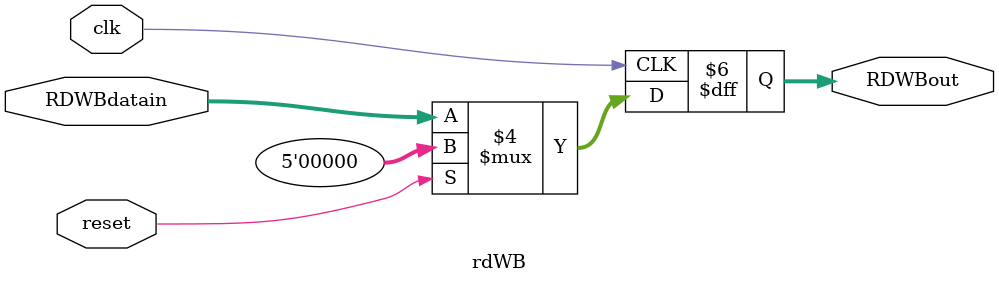
<source format=v>
module rdWB (
    input wire clk,           // Señal de reloj
    input wire reset,         // Señal de reinicio
    input wire [4:0] RDWBdatain, // Entrada de datos
    output reg [4:0] RDWBout
);

always @(negedge clk) begin
    if (reset == 1) begin
        RDWBout <= 4'b0000;
    end
    else begin
        RDWBout <= RDWBdatain;
    end
end

endmodule
</source>
